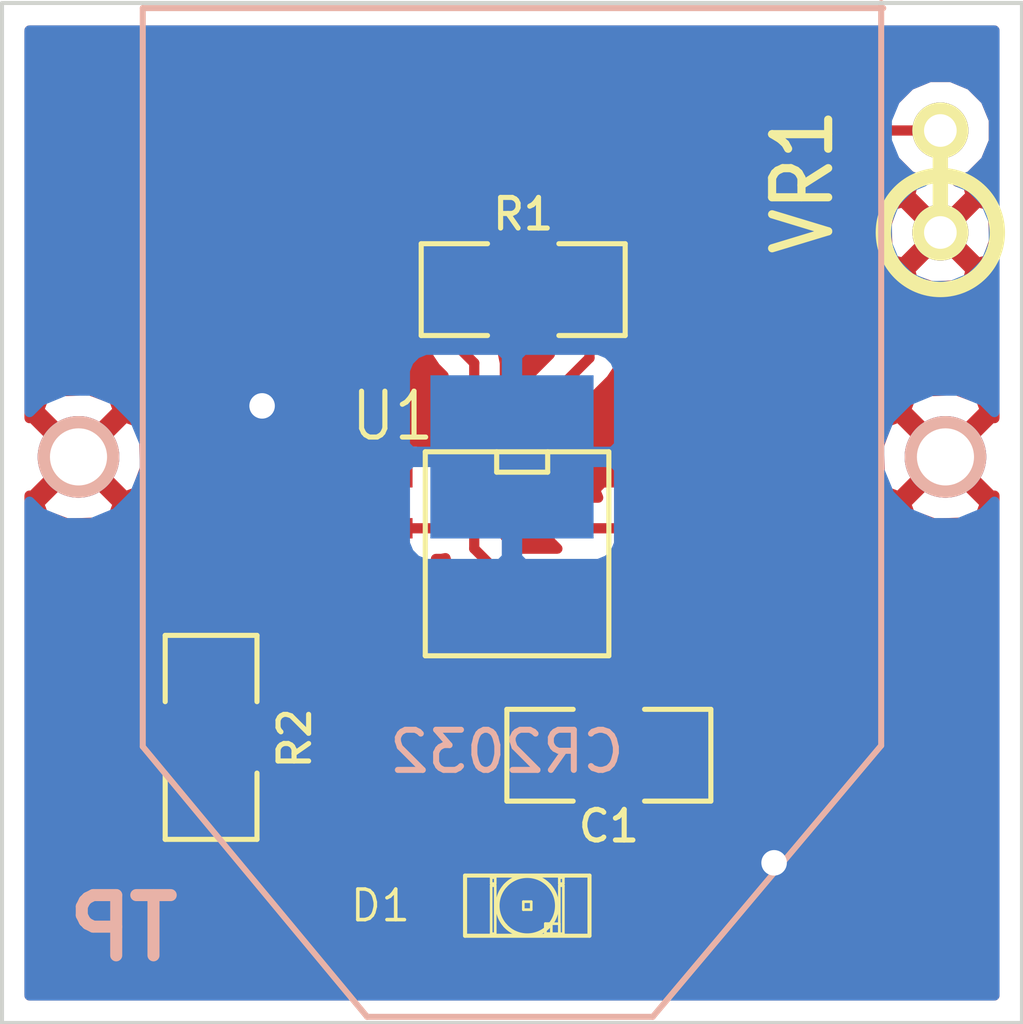
<source format=kicad_pcb>
(kicad_pcb (version 3) (host pcbnew "(2013-07-07 BZR 4022)-stable")

  (general
    (links 14)
    (no_connects 0)
    (area 208.356999 125.781999 233.857001 151.687601)
    (thickness 1.6)
    (drawings 6)
    (tracks 33)
    (zones 0)
    (modules 7)
    (nets 7)
  )

  (page A3)
  (layers
    (15 F.Cu signal)
    (0 B.Cu signal)
    (16 B.Adhes user)
    (17 F.Adhes user)
    (18 B.Paste user)
    (19 F.Paste user)
    (20 B.SilkS user)
    (21 F.SilkS user)
    (22 B.Mask user)
    (23 F.Mask user)
    (24 Dwgs.User user)
    (25 Cmts.User user)
    (26 Eco1.User user)
    (27 Eco2.User user)
    (28 Edge.Cuts user)
  )

  (setup
    (last_trace_width 0.254)
    (trace_clearance 0.254)
    (zone_clearance 0.508)
    (zone_45_only no)
    (trace_min 0.254)
    (segment_width 0.2)
    (edge_width 0.1)
    (via_size 0.889)
    (via_drill 0.635)
    (via_min_size 0.889)
    (via_min_drill 0.508)
    (uvia_size 0.508)
    (uvia_drill 0.127)
    (uvias_allowed no)
    (uvia_min_size 0.508)
    (uvia_min_drill 0.127)
    (pcb_text_width 0.3)
    (pcb_text_size 1.5 1.5)
    (mod_edge_width 0.15)
    (mod_text_size 1 1)
    (mod_text_width 0.15)
    (pad_size 4.064 4.064)
    (pad_drill 0)
    (pad_to_mask_clearance 0)
    (aux_axis_origin 0 0)
    (visible_elements 7FFFFFFF)
    (pcbplotparams
      (layerselection 284196865)
      (usegerberextensions true)
      (excludeedgelayer true)
      (linewidth 0.150000)
      (plotframeref false)
      (viasonmask false)
      (mode 1)
      (useauxorigin false)
      (hpglpennumber 1)
      (hpglpenspeed 20)
      (hpglpendiameter 15)
      (hpglpenoverlay 2)
      (psnegative false)
      (psa4output false)
      (plotreference true)
      (plotvalue true)
      (plotothertext true)
      (plotinvisibletext false)
      (padsonsilk false)
      (subtractmaskfromsilk false)
      (outputformat 1)
      (mirror false)
      (drillshape 0)
      (scaleselection 1)
      (outputdirectory Gerber/))
  )

  (net 0 "")
  (net 1 GND)
  (net 2 N-000002)
  (net 3 N-000004)
  (net 4 N-000006)
  (net 5 N-000007)
  (net 6 VCC)

  (net_class Default "This is the default net class."
    (clearance 0.254)
    (trace_width 0.254)
    (via_dia 0.889)
    (via_drill 0.635)
    (uvia_dia 0.508)
    (uvia_drill 0.127)
    (add_net "")
    (add_net GND)
    (add_net N-000002)
    (add_net N-000004)
    (add_net N-000006)
    (add_net N-000007)
    (add_net VCC)
  )

  (module SO8N (layer F.Cu) (tedit 524E5466) (tstamp 524E39E8)
    (at 221.234 139.827 270)
    (descr "Module CMS SOJ 8 pins large")
    (tags "CMS SOJ")
    (path /524E345F)
    (attr smd)
    (fp_text reference U1 (at -3.429 3.0988 360) (layer F.SilkS)
      (effects (font (size 1.143 1.016) (thickness 0.127)))
    )
    (fp_text value 7555 (at -3.429 -3.048 360) (layer F.SilkS) hide
      (effects (font (size 1.016 1.016) (thickness 0.127)))
    )
    (fp_line (start -2.54 -2.286) (end 2.54 -2.286) (layer F.SilkS) (width 0.127))
    (fp_line (start 2.54 -2.286) (end 2.54 2.286) (layer F.SilkS) (width 0.127))
    (fp_line (start 2.54 2.286) (end -2.54 2.286) (layer F.SilkS) (width 0.127))
    (fp_line (start -2.54 2.286) (end -2.54 -2.286) (layer F.SilkS) (width 0.127))
    (fp_line (start -2.54 -0.762) (end -2.032 -0.762) (layer F.SilkS) (width 0.127))
    (fp_line (start -2.032 -0.762) (end -2.032 0.508) (layer F.SilkS) (width 0.127))
    (fp_line (start -2.032 0.508) (end -2.54 0.508) (layer F.SilkS) (width 0.127))
    (pad 8 smd rect (at -1.905 -3.175 270) (size 0.508 1.143)
      (layers F.Cu F.Paste F.Mask)
      (net 6 VCC)
    )
    (pad 7 smd rect (at -0.635 -3.175 270) (size 0.508 1.143)
      (layers F.Cu F.Paste F.Mask)
      (net 2 N-000002)
    )
    (pad 6 smd rect (at 0.635 -3.175 270) (size 0.508 1.143)
      (layers F.Cu F.Paste F.Mask)
      (net 4 N-000006)
    )
    (pad 5 smd rect (at 1.905 -3.175 270) (size 0.508 1.143)
      (layers F.Cu F.Paste F.Mask)
    )
    (pad 4 smd rect (at 1.905 3.175 270) (size 0.508 1.143)
      (layers F.Cu F.Paste F.Mask)
      (net 6 VCC)
    )
    (pad 3 smd rect (at 0.635 3.175 270) (size 0.508 1.143)
      (layers F.Cu F.Paste F.Mask)
      (net 3 N-000004)
    )
    (pad 2 smd rect (at -0.635 3.175 270) (size 0.508 1.143)
      (layers F.Cu F.Paste F.Mask)
      (net 4 N-000006)
    )
    (pad 1 smd rect (at -1.905 3.175 270) (size 0.508 1.143)
      (layers F.Cu F.Paste F.Mask)
      (net 1 GND)
    )
    (model smd/cms_so8.wrl
      (at (xyz 0 0 0))
      (scale (xyz 0.5 0.38 0.5))
      (rotate (xyz 0 0 0))
    )
  )

  (module SM1206 (layer F.Cu) (tedit 524E53E3) (tstamp 524E39F4)
    (at 223.52 144.8435)
    (path /524E33F4)
    (attr smd)
    (fp_text reference C1 (at 0 1.7653) (layer F.SilkS)
      (effects (font (size 0.762 0.762) (thickness 0.127)))
    )
    (fp_text value 1u (at 0 0) (layer F.SilkS) hide
      (effects (font (size 0.762 0.762) (thickness 0.127)))
    )
    (fp_line (start -2.54 -1.143) (end -2.54 1.143) (layer F.SilkS) (width 0.127))
    (fp_line (start -2.54 1.143) (end -0.889 1.143) (layer F.SilkS) (width 0.127))
    (fp_line (start 0.889 -1.143) (end 2.54 -1.143) (layer F.SilkS) (width 0.127))
    (fp_line (start 2.54 -1.143) (end 2.54 1.143) (layer F.SilkS) (width 0.127))
    (fp_line (start 2.54 1.143) (end 0.889 1.143) (layer F.SilkS) (width 0.127))
    (fp_line (start -0.889 -1.143) (end -2.54 -1.143) (layer F.SilkS) (width 0.127))
    (pad 1 smd rect (at -1.651 0) (size 1.524 2.032)
      (layers F.Cu F.Paste F.Mask)
      (net 4 N-000006)
    )
    (pad 2 smd rect (at 1.651 0) (size 1.524 2.032)
      (layers F.Cu F.Paste F.Mask)
      (net 1 GND)
    )
    (model smd/chip_cms.wrl
      (at (xyz 0 0 0))
      (scale (xyz 0.17 0.16 0.16))
      (rotate (xyz 0 0 0))
    )
  )

  (module SM1206 (layer F.Cu) (tedit 524E5470) (tstamp 524E3A00)
    (at 221.3864 133.2484 180)
    (path /524E3403)
    (attr smd)
    (fp_text reference R1 (at 0 1.8796 180) (layer F.SilkS)
      (effects (font (size 0.762 0.762) (thickness 0.127)))
    )
    (fp_text value 470K (at 0 0 180) (layer F.SilkS) hide
      (effects (font (size 0.762 0.762) (thickness 0.127)))
    )
    (fp_line (start -2.54 -1.143) (end -2.54 1.143) (layer F.SilkS) (width 0.127))
    (fp_line (start -2.54 1.143) (end -0.889 1.143) (layer F.SilkS) (width 0.127))
    (fp_line (start 0.889 -1.143) (end 2.54 -1.143) (layer F.SilkS) (width 0.127))
    (fp_line (start 2.54 -1.143) (end 2.54 1.143) (layer F.SilkS) (width 0.127))
    (fp_line (start 2.54 1.143) (end 0.889 1.143) (layer F.SilkS) (width 0.127))
    (fp_line (start -0.889 -1.143) (end -2.54 -1.143) (layer F.SilkS) (width 0.127))
    (pad 1 smd rect (at -1.651 0 180) (size 1.524 2.032)
      (layers F.Cu F.Paste F.Mask)
      (net 2 N-000002)
    )
    (pad 2 smd rect (at 1.651 0 180) (size 1.524 2.032)
      (layers F.Cu F.Paste F.Mask)
      (net 4 N-000006)
    )
    (model smd/chip_cms.wrl
      (at (xyz 0 0 0))
      (scale (xyz 0.17 0.16 0.16))
      (rotate (xyz 0 0 0))
    )
  )

  (module SM1206 (layer F.Cu) (tedit 524E5430) (tstamp 524E3A0C)
    (at 213.614 144.399 270)
    (path /524E341F)
    (attr smd)
    (fp_text reference R2 (at 0.0254 -2.0828 270) (layer F.SilkS)
      (effects (font (size 0.762 0.762) (thickness 0.127)))
    )
    (fp_text value 1K (at 0 0 270) (layer F.SilkS) hide
      (effects (font (size 0.762 0.762) (thickness 0.127)))
    )
    (fp_line (start -2.54 -1.143) (end -2.54 1.143) (layer F.SilkS) (width 0.127))
    (fp_line (start -2.54 1.143) (end -0.889 1.143) (layer F.SilkS) (width 0.127))
    (fp_line (start 0.889 -1.143) (end 2.54 -1.143) (layer F.SilkS) (width 0.127))
    (fp_line (start 2.54 -1.143) (end 2.54 1.143) (layer F.SilkS) (width 0.127))
    (fp_line (start 2.54 1.143) (end 0.889 1.143) (layer F.SilkS) (width 0.127))
    (fp_line (start -0.889 -1.143) (end -2.54 -1.143) (layer F.SilkS) (width 0.127))
    (pad 1 smd rect (at -1.651 0 270) (size 1.524 2.032)
      (layers F.Cu F.Paste F.Mask)
      (net 3 N-000004)
    )
    (pad 2 smd rect (at 1.651 0 270) (size 1.524 2.032)
      (layers F.Cu F.Paste F.Mask)
      (net 5 N-000007)
    )
    (model smd/chip_cms.wrl
      (at (xyz 0 0 0))
      (scale (xyz 0.17 0.16 0.16))
      (rotate (xyz 0 0 0))
    )
  )

  (module R1 (layer F.Cu) (tedit 524E548B) (tstamp 524E3A14)
    (at 231.775 130.556 90)
    (descr "Resistance verticale")
    (tags R)
    (path /524E3456)
    (autoplace_cost90 10)
    (autoplace_cost180 10)
    (fp_text reference VR1 (at 0 -3.429 90) (layer F.SilkS)
      (effects (font (size 1.397 1.27) (thickness 0.2032)))
    )
    (fp_text value LDR (at -4.1148 -0.4318 180) (layer F.SilkS) hide
      (effects (font (size 1.397 1.27) (thickness 0.2032)))
    )
    (fp_line (start -1.27 0) (end 1.27 0) (layer F.SilkS) (width 0.381))
    (fp_circle (center -1.27 0) (end -0.635 1.27) (layer F.SilkS) (width 0.381))
    (pad 1 thru_hole circle (at -1.27 0 90) (size 1.397 1.397) (drill 0.8128)
      (layers *.Cu *.Mask F.SilkS)
      (net 6 VCC)
    )
    (pad 2 thru_hole circle (at 1.27 0 90) (size 1.397 1.397) (drill 0.8128)
      (layers *.Cu *.Mask F.SilkS)
      (net 2 N-000002)
    )
    (model discret/verti_resistor.wrl
      (at (xyz 0 0 0))
      (scale (xyz 1 1 1))
      (rotate (xyz 0 0 0))
    )
  )

  (module LED-1206 (layer F.Cu) (tedit 524E5410) (tstamp 524E3A3E)
    (at 221.488 148.59)
    (descr "LED 1206 smd package")
    (tags "LED1206 SMD")
    (path /524E3479)
    (attr smd)
    (fp_text reference D1 (at -3.6576 0) (layer F.SilkS)
      (effects (font (size 0.762 0.762) (thickness 0.0889)))
    )
    (fp_text value LED (at 0 1.524) (layer F.SilkS) hide
      (effects (font (size 0.762 0.762) (thickness 0.0889)))
    )
    (fp_line (start -0.09906 0.09906) (end 0.09906 0.09906) (layer F.SilkS) (width 0.06604))
    (fp_line (start 0.09906 0.09906) (end 0.09906 -0.09906) (layer F.SilkS) (width 0.06604))
    (fp_line (start -0.09906 -0.09906) (end 0.09906 -0.09906) (layer F.SilkS) (width 0.06604))
    (fp_line (start -0.09906 0.09906) (end -0.09906 -0.09906) (layer F.SilkS) (width 0.06604))
    (fp_line (start 0.44958 0.6985) (end 0.79756 0.6985) (layer F.SilkS) (width 0.06604))
    (fp_line (start 0.79756 0.6985) (end 0.79756 0.44958) (layer F.SilkS) (width 0.06604))
    (fp_line (start 0.44958 0.44958) (end 0.79756 0.44958) (layer F.SilkS) (width 0.06604))
    (fp_line (start 0.44958 0.6985) (end 0.44958 0.44958) (layer F.SilkS) (width 0.06604))
    (fp_line (start 0.79756 0.6985) (end 0.89916 0.6985) (layer F.SilkS) (width 0.06604))
    (fp_line (start 0.89916 0.6985) (end 0.89916 -0.49784) (layer F.SilkS) (width 0.06604))
    (fp_line (start 0.79756 -0.49784) (end 0.89916 -0.49784) (layer F.SilkS) (width 0.06604))
    (fp_line (start 0.79756 0.6985) (end 0.79756 -0.49784) (layer F.SilkS) (width 0.06604))
    (fp_line (start 0.79756 -0.54864) (end 0.89916 -0.54864) (layer F.SilkS) (width 0.06604))
    (fp_line (start 0.89916 -0.54864) (end 0.89916 -0.6985) (layer F.SilkS) (width 0.06604))
    (fp_line (start 0.79756 -0.6985) (end 0.89916 -0.6985) (layer F.SilkS) (width 0.06604))
    (fp_line (start 0.79756 -0.54864) (end 0.79756 -0.6985) (layer F.SilkS) (width 0.06604))
    (fp_line (start -0.89916 0.6985) (end -0.79756 0.6985) (layer F.SilkS) (width 0.06604))
    (fp_line (start -0.79756 0.6985) (end -0.79756 -0.49784) (layer F.SilkS) (width 0.06604))
    (fp_line (start -0.89916 -0.49784) (end -0.79756 -0.49784) (layer F.SilkS) (width 0.06604))
    (fp_line (start -0.89916 0.6985) (end -0.89916 -0.49784) (layer F.SilkS) (width 0.06604))
    (fp_line (start -0.89916 -0.54864) (end -0.79756 -0.54864) (layer F.SilkS) (width 0.06604))
    (fp_line (start -0.79756 -0.54864) (end -0.79756 -0.6985) (layer F.SilkS) (width 0.06604))
    (fp_line (start -0.89916 -0.6985) (end -0.79756 -0.6985) (layer F.SilkS) (width 0.06604))
    (fp_line (start -0.89916 -0.54864) (end -0.89916 -0.6985) (layer F.SilkS) (width 0.06604))
    (fp_line (start 0.44958 0.6985) (end 0.59944 0.6985) (layer F.SilkS) (width 0.06604))
    (fp_line (start 0.59944 0.6985) (end 0.59944 0.44958) (layer F.SilkS) (width 0.06604))
    (fp_line (start 0.44958 0.44958) (end 0.59944 0.44958) (layer F.SilkS) (width 0.06604))
    (fp_line (start 0.44958 0.6985) (end 0.44958 0.44958) (layer F.SilkS) (width 0.06604))
    (fp_line (start 1.5494 0.7493) (end -1.5494 0.7493) (layer F.SilkS) (width 0.1016))
    (fp_line (start -1.5494 0.7493) (end -1.5494 -0.7493) (layer F.SilkS) (width 0.1016))
    (fp_line (start -1.5494 -0.7493) (end 1.5494 -0.7493) (layer F.SilkS) (width 0.1016))
    (fp_line (start 1.5494 -0.7493) (end 1.5494 0.7493) (layer F.SilkS) (width 0.1016))
    (fp_arc (start 0 0) (end 0.54864 0.49784) (angle 95.4) (layer F.SilkS) (width 0.1016))
    (fp_arc (start 0 0) (end -0.54864 0.49784) (angle 84.5) (layer F.SilkS) (width 0.1016))
    (fp_arc (start 0 0) (end -0.54864 -0.49784) (angle 95.4) (layer F.SilkS) (width 0.1016))
    (fp_arc (start 0 0) (end 0.54864 -0.49784) (angle 84.5) (layer F.SilkS) (width 0.1016))
    (pad 1 smd rect (at -1.41986 0) (size 1.59766 1.80086)
      (layers F.Cu F.Paste F.Mask)
      (net 5 N-000007)
    )
    (pad 2 smd rect (at 1.41986 0) (size 1.59766 1.80086)
      (layers F.Cu F.Paste F.Mask)
      (net 1 GND)
    )
  )

  (module CR2032 (layer B.Cu) (tedit 524E5477) (tstamp 524E44F7)
    (at 221.107 137.414 180)
    (path /524E361C)
    (fp_text reference BT1 (at 0.1778 7.1882 180) (layer B.SilkS) hide
      (effects (font (size 1 1) (thickness 0.15)) (justify mirror))
    )
    (fp_text value CR2032 (at 0.127 -7.3406 180) (layer B.SilkS)
      (effects (font (size 1 1) (thickness 0.15)) (justify mirror))
    )
    (fp_line (start -9.1948 11.303) (end -9.1948 -7.1882) (layer B.SilkS) (width 0.15))
    (fp_line (start -9.1948 -7.1882) (end -3.5052 -13.9446) (layer B.SilkS) (width 0.15))
    (fp_line (start -3.5052 -13.9446) (end 3.6068 -13.9446) (layer B.SilkS) (width 0.15))
    (fp_line (start 3.6068 -13.9446) (end 9.1948 -7.2136) (layer B.SilkS) (width 0.15))
    (fp_line (start 9.1948 -7.2136) (end 9.1948 11.176) (layer B.SilkS) (width 0.15))
    (fp_line (start 9.1948 11.176) (end -9.2456 11.176) (layer B.SilkS) (width 0.15))
    (pad 2 smd rect (at 0 0 180) (size 4.064 4.064)
      (layers B.Cu B.Paste B.Mask)
      (net 1 GND)
    )
    (pad 1 thru_hole circle (at -10.795 0 180) (size 2.032 2.032) (drill 1.4224)
      (layers *.Cu *.Mask B.SilkS)
      (net 6 VCC)
    )
    (pad 1 thru_hole circle (at 10.795 0 180) (size 2.032 2.032) (drill 1.4224)
      (layers *.Cu *.Mask B.SilkS)
      (net 6 VCC)
    )
  )

  (gr_text MyBlinky (at 215.392 128.8796) (layer F.Mask)
    (effects (font (size 2.032 1.778) (thickness 0.3)))
  )
  (gr_text TP (at 211.4296 149.1488) (layer B.SilkS)
    (effects (font (size 1.5 1.5) (thickness 0.3)) (justify mirror))
  )
  (gr_line (start 233.807 151.511) (end 233.807 126.111) (angle 90) (layer Edge.Cuts) (width 0.1))
  (gr_line (start 208.407 126.111) (end 208.407 151.511) (angle 90) (layer Edge.Cuts) (width 0.1))
  (gr_line (start 233.807 126.111) (end 208.407 126.111) (angle 90) (layer Edge.Cuts) (width 0.1))
  (gr_line (start 208.407 151.511) (end 233.807 151.511) (angle 90) (layer Edge.Cuts) (width 0.1))

  (segment (start 225.171 144.8435) (end 226.6315 144.8435) (width 0.254) (layer F.Cu) (net 1))
  (segment (start 226.568 148.59) (end 227.6348 147.5232) (width 0.254) (layer F.Cu) (net 1) (tstamp 524E52B0))
  (via (at 227.6348 147.5232) (size 0.889) (layers F.Cu B.Cu) (net 1))
  (segment (start 226.568 148.59) (end 222.90786 148.59) (width 0.254) (layer F.Cu) (net 1))
  (segment (start 227.6348 145.8468) (end 227.6348 147.5232) (width 0.254) (layer F.Cu) (net 1) (tstamp 524E52C2))
  (segment (start 226.6315 144.8435) (end 227.6348 145.8468) (width 0.254) (layer F.Cu) (net 1) (tstamp 524E52BC))
  (segment (start 218.059 137.922) (end 216.662 137.922) (width 0.254) (layer F.Cu) (net 1))
  (via (at 214.884 136.144) (size 0.889) (layers F.Cu B.Cu) (net 1))
  (segment (start 216.662 137.922) (end 214.884 136.144) (width 0.254) (layer F.Cu) (net 1) (tstamp 524E51F4))
  (segment (start 223.0374 133.2484) (end 223.0374 132.0038) (width 0.254) (layer F.Cu) (net 2))
  (segment (start 225.7552 129.286) (end 231.775 129.286) (width 0.254) (layer F.Cu) (net 2) (tstamp 524E5390))
  (segment (start 223.0374 132.0038) (end 225.7552 129.286) (width 0.254) (layer F.Cu) (net 2) (tstamp 524E5389))
  (segment (start 223.0374 133.2484) (end 223.0374 134.9502) (width 0.254) (layer F.Cu) (net 2))
  (segment (start 222.8088 139.192) (end 224.409 139.192) (width 0.254) (layer F.Cu) (net 2) (tstamp 524E4F68))
  (segment (start 222.1484 138.5316) (end 222.8088 139.192) (width 0.254) (layer F.Cu) (net 2) (tstamp 524E4F66))
  (segment (start 222.1484 135.8392) (end 222.1484 138.5316) (width 0.254) (layer F.Cu) (net 2) (tstamp 524E4F63))
  (segment (start 223.0374 134.9502) (end 222.1484 135.8392) (width 0.254) (layer F.Cu) (net 2) (tstamp 524E4F60))
  (segment (start 213.614 142.748) (end 213.614 140.97) (width 0.254) (layer F.Cu) (net 3))
  (segment (start 214.122 140.462) (end 218.059 140.462) (width 0.254) (layer F.Cu) (net 3) (tstamp 524E4861))
  (segment (start 213.614 140.97) (end 214.122 140.462) (width 0.254) (layer F.Cu) (net 3) (tstamp 524E485B))
  (segment (start 221.869 144.8435) (end 221.869 141.4526) (width 0.254) (layer F.Cu) (net 4))
  (segment (start 221.869 141.4526) (end 222.8596 140.462) (width 0.254) (layer F.Cu) (net 4) (tstamp 524E5370))
  (segment (start 220.1672 138.3792) (end 220.1672 139.7) (width 0.254) (layer F.Cu) (net 4))
  (segment (start 220.9292 140.462) (end 222.8596 140.462) (width 0.254) (layer F.Cu) (net 4) (tstamp 524E4F5B))
  (segment (start 222.8596 140.462) (end 224.409 140.462) (width 0.254) (layer F.Cu) (net 4) (tstamp 524E5375))
  (segment (start 220.1672 139.7) (end 220.9292 140.462) (width 0.254) (layer F.Cu) (net 4) (tstamp 524E4F4F))
  (segment (start 219.7354 133.2484) (end 219.7354 134.6454) (width 0.254) (layer F.Cu) (net 4))
  (segment (start 219.3544 139.192) (end 218.059 139.192) (width 0.254) (layer F.Cu) (net 4) (tstamp 524E4F49))
  (segment (start 220.1672 138.3792) (end 219.3544 139.192) (width 0.254) (layer F.Cu) (net 4) (tstamp 524E4F45))
  (segment (start 220.1672 135.0772) (end 220.1672 138.3792) (width 0.254) (layer F.Cu) (net 4) (tstamp 524E4F42))
  (segment (start 219.7354 134.6454) (end 220.1672 135.0772) (width 0.254) (layer F.Cu) (net 4) (tstamp 524E4F41))
  (segment (start 220.06814 148.59) (end 216.154 148.59) (width 0.254) (layer F.Cu) (net 5))
  (segment (start 216.154 148.59) (end 213.614 146.05) (width 0.254) (layer F.Cu) (net 5) (tstamp 524E4EAD))

  (zone (net 6) (net_name VCC) (layer F.Cu) (tstamp 524E4B5F) (hatch edge 0.508)
    (connect_pads (clearance 0.508))
    (min_thickness 0.254)
    (fill (arc_segments 16) (thermal_gap 0.508) (thermal_bridge_width 0.508))
    (polygon
      (pts
        (xy 208.661 151.257) (xy 208.661 126.365) (xy 233.426 126.365) (xy 233.426 151.257) (xy 208.661 151.3205)
      )
    )
    (filled_polygon
      (pts
        (xy 233.122 150.826) (xy 232.886502 150.826) (xy 232.886502 138.578107) (xy 231.902 137.593605) (xy 231.722395 137.77321)
        (xy 231.722395 137.414) (xy 230.737893 136.429498) (xy 230.469378 136.53012) (xy 230.240184 137.145642) (xy 230.263986 137.802019)
        (xy 230.469378 138.29788) (xy 230.737893 138.398502) (xy 231.722395 137.414) (xy 231.722395 137.77321) (xy 230.917498 138.578107)
        (xy 231.01812 138.846622) (xy 231.633642 139.075816) (xy 232.290019 139.052014) (xy 232.78588 138.846622) (xy 232.886502 138.578107)
        (xy 232.886502 150.826) (xy 228.714487 150.826) (xy 228.714487 147.309416) (xy 228.550489 146.912511) (xy 228.3968 146.758553)
        (xy 228.3968 145.8468) (xy 228.338796 145.555195) (xy 228.173615 145.307985) (xy 228.173615 145.307984) (xy 227.170315 144.304685)
        (xy 226.923105 144.139504) (xy 226.6315 144.0815) (xy 226.56811 144.0815) (xy 226.56811 143.701745) (xy 226.471641 143.468271)
        (xy 226.293168 143.289487) (xy 226.059864 143.192611) (xy 225.807245 143.19239) (xy 224.283245 143.19239) (xy 224.049771 143.288859)
        (xy 223.870987 143.467332) (xy 223.774111 143.700636) (xy 223.77389 143.953255) (xy 223.77389 145.985255) (xy 223.870359 146.218729)
        (xy 224.048832 146.397513) (xy 224.282136 146.494389) (xy 224.534755 146.49461) (xy 226.058755 146.49461) (xy 226.292229 146.398141)
        (xy 226.471013 146.219668) (xy 226.567889 145.986364) (xy 226.568001 145.857632) (xy 226.8728 146.16243) (xy 226.8728 146.758558)
        (xy 226.720178 146.910914) (xy 226.555487 147.307532) (xy 226.555297 147.525072) (xy 226.25237 147.828) (xy 224.3418 147.828)
        (xy 224.3418 147.563815) (xy 224.245331 147.330341) (xy 224.066858 147.151557) (xy 223.833554 147.054681) (xy 223.580935 147.05446)
        (xy 221.983275 147.05446) (xy 221.749801 147.150929) (xy 221.571017 147.329402) (xy 221.487915 147.529533) (xy 221.405611 147.330341)
        (xy 221.227138 147.151557) (xy 220.993834 147.054681) (xy 220.741215 147.05446) (xy 219.26561 147.05446) (xy 219.26561 142.111755)
        (xy 219.2655 142.01775) (xy 219.10675 141.859) (xy 218.186 141.859) (xy 218.186 142.46225) (xy 218.34475 142.621)
        (xy 218.504745 142.62111) (xy 218.757364 142.620889) (xy 218.990668 142.524013) (xy 219.169141 142.345229) (xy 219.26561 142.111755)
        (xy 219.26561 147.05446) (xy 219.143555 147.05446) (xy 218.910081 147.150929) (xy 218.731297 147.329402) (xy 218.634421 147.562706)
        (xy 218.6342 147.815325) (xy 218.6342 147.828) (xy 217.932 147.828) (xy 217.932 142.46225) (xy 217.932 141.859)
        (xy 217.01125 141.859) (xy 216.8525 142.01775) (xy 216.85239 142.111755) (xy 216.948859 142.345229) (xy 217.127332 142.524013)
        (xy 217.360636 142.620889) (xy 217.613255 142.62111) (xy 217.77325 142.621) (xy 217.932 142.46225) (xy 217.932 147.828)
        (xy 216.46963 147.828) (xy 215.26511 146.623479) (xy 215.26511 145.162245) (xy 215.168641 144.928771) (xy 214.990168 144.749987)
        (xy 214.756864 144.653111) (xy 214.504245 144.65289) (xy 212.472245 144.65289) (xy 212.238771 144.749359) (xy 212.059987 144.927832)
        (xy 211.963111 145.161136) (xy 211.96289 145.413755) (xy 211.96289 146.937755) (xy 212.059359 147.171229) (xy 212.237832 147.350013)
        (xy 212.471136 147.446889) (xy 212.723755 147.44711) (xy 213.933479 147.44711) (xy 215.615184 149.128815) (xy 215.615185 149.128815)
        (xy 215.862395 149.293996) (xy 216.154 149.352) (xy 218.6342 149.352) (xy 218.6342 149.616185) (xy 218.730669 149.849659)
        (xy 218.909142 150.028443) (xy 219.142446 150.125319) (xy 219.395065 150.12554) (xy 220.992725 150.12554) (xy 221.226199 150.029071)
        (xy 221.404983 149.850598) (xy 221.488084 149.650466) (xy 221.570389 149.849659) (xy 221.748862 150.028443) (xy 221.982166 150.125319)
        (xy 222.234785 150.12554) (xy 223.832445 150.12554) (xy 224.065919 150.029071) (xy 224.244703 149.850598) (xy 224.341579 149.617294)
        (xy 224.3418 149.364675) (xy 224.3418 149.352) (xy 226.568 149.352) (xy 226.568 149.351999) (xy 226.859604 149.293996)
        (xy 226.859605 149.293996) (xy 227.106815 149.128815) (xy 227.63293 148.602699) (xy 227.848584 148.602887) (xy 228.245489 148.438889)
        (xy 228.549422 148.135486) (xy 228.714113 147.738868) (xy 228.714487 147.309416) (xy 228.714487 150.826) (xy 211.296502 150.826)
        (xy 211.296502 138.578107) (xy 210.312 137.593605) (xy 209.327498 138.578107) (xy 209.42812 138.846622) (xy 210.043642 139.075816)
        (xy 210.700019 139.052014) (xy 211.19588 138.846622) (xy 211.296502 138.578107) (xy 211.296502 150.826) (xy 209.092 150.826)
        (xy 209.092 138.377556) (xy 209.147893 138.398502) (xy 210.132395 137.414) (xy 209.147893 136.429498) (xy 209.092 136.450443)
        (xy 209.092 126.796) (xy 233.122 126.796) (xy 233.122 136.450443) (xy 233.120924 136.450039) (xy 233.120924 132.01852)
        (xy 233.10873 131.794064) (xy 233.10873 129.021914) (xy 232.906145 128.53162) (xy 232.531353 128.156174) (xy 232.041413 127.952733)
        (xy 231.510914 127.95227) (xy 231.02062 128.154855) (xy 230.65083 128.524) (xy 225.7552 128.524) (xy 225.463595 128.582004)
        (xy 225.216384 128.747185) (xy 222.498585 131.464985) (xy 222.410181 131.59729) (xy 222.149645 131.59729) (xy 221.916171 131.693759)
        (xy 221.737387 131.872232) (xy 221.640511 132.105536) (xy 221.64029 132.358155) (xy 221.64029 134.390155) (xy 221.736759 134.623629)
        (xy 221.915232 134.802413) (xy 222.051127 134.858841) (xy 221.609585 135.300385) (xy 221.444404 135.547595) (xy 221.3864 135.8392)
        (xy 221.3864 138.5316) (xy 221.444404 138.823205) (xy 221.609585 139.070415) (xy 222.239169 139.7) (xy 221.24483 139.7)
        (xy 220.9292 139.384369) (xy 220.9292 138.3792) (xy 220.9292 135.0772) (xy 220.871678 134.788018) (xy 221.035413 134.624568)
        (xy 221.132289 134.391264) (xy 221.13251 134.138645) (xy 221.13251 132.106645) (xy 221.036041 131.873171) (xy 220.857568 131.694387)
        (xy 220.624264 131.597511) (xy 220.371645 131.59729) (xy 218.847645 131.59729) (xy 218.614171 131.693759) (xy 218.435387 131.872232)
        (xy 218.338511 132.105536) (xy 218.33829 132.358155) (xy 218.33829 134.390155) (xy 218.434759 134.623629) (xy 218.613232 134.802413)
        (xy 218.846536 134.899289) (xy 219.023932 134.899444) (xy 219.031404 134.937005) (xy 219.196585 135.184215) (xy 219.4052 135.39283)
        (xy 219.4052 138.063569) (xy 219.265476 138.203293) (xy 219.26561 138.050245) (xy 219.26561 137.542245) (xy 219.169141 137.308771)
        (xy 218.990668 137.129987) (xy 218.757364 137.033111) (xy 218.504745 137.03289) (xy 217.361745 137.03289) (xy 217.128271 137.129359)
        (xy 217.097576 137.16) (xy 216.97763 137.16) (xy 215.963499 136.145868) (xy 215.963687 135.930216) (xy 215.799689 135.533311)
        (xy 215.496286 135.229378) (xy 215.099668 135.064687) (xy 214.670216 135.064313) (xy 214.273311 135.228311) (xy 213.969378 135.531714)
        (xy 213.804687 135.928332) (xy 213.804313 136.357784) (xy 213.968311 136.754689) (xy 214.271714 137.058622) (xy 214.668332 137.223313)
        (xy 214.885872 137.223502) (xy 216.123184 138.460815) (xy 216.123185 138.460815) (xy 216.370395 138.625996) (xy 216.661999 138.683999)
        (xy 216.662 138.684) (xy 216.905402 138.684) (xy 216.852611 138.811136) (xy 216.85239 139.063755) (xy 216.85239 139.571755)
        (xy 216.905379 139.7) (xy 214.122 139.7) (xy 213.830395 139.758004) (xy 213.583184 139.923185) (xy 213.075185 140.431185)
        (xy 212.910004 140.678395) (xy 212.852 140.97) (xy 212.852 141.35089) (xy 212.472245 141.35089) (xy 212.238771 141.447359)
        (xy 212.059987 141.625832) (xy 211.973816 141.833355) (xy 211.973816 137.682358) (xy 211.950014 137.025981) (xy 211.744622 136.53012)
        (xy 211.476107 136.429498) (xy 211.296502 136.609103) (xy 211.296502 136.249893) (xy 211.19588 135.981378) (xy 210.580358 135.752184)
        (xy 209.923981 135.775986) (xy 209.42812 135.981378) (xy 209.327498 136.249893) (xy 210.312 137.234395) (xy 211.296502 136.249893)
        (xy 211.296502 136.609103) (xy 210.491605 137.414) (xy 211.476107 138.398502) (xy 211.744622 138.29788) (xy 211.973816 137.682358)
        (xy 211.973816 141.833355) (xy 211.963111 141.859136) (xy 211.96289 142.111755) (xy 211.96289 143.635755) (xy 212.059359 143.869229)
        (xy 212.237832 144.048013) (xy 212.471136 144.144889) (xy 212.723755 144.14511) (xy 214.755755 144.14511) (xy 214.989229 144.048641)
        (xy 215.168013 143.870168) (xy 215.264889 143.636864) (xy 215.26511 143.384245) (xy 215.26511 141.860245) (xy 215.168641 141.626771)
        (xy 214.990168 141.447987) (xy 214.756864 141.351111) (xy 214.504245 141.35089) (xy 214.376 141.35089) (xy 214.376 141.28563)
        (xy 214.43763 141.224) (xy 216.905379 141.224) (xy 216.85239 141.352245) (xy 216.8525 141.44625) (xy 217.01125 141.605)
        (xy 217.932 141.605) (xy 217.932 141.585) (xy 218.186 141.585) (xy 218.186 141.605) (xy 219.10675 141.605)
        (xy 219.2655 141.44625) (xy 219.26561 141.352245) (xy 219.169141 141.118771) (xy 219.147526 141.097118) (xy 219.168513 141.076168)
        (xy 219.265389 140.842864) (xy 219.26561 140.590245) (xy 219.26561 140.082245) (xy 219.21262 139.954) (xy 219.3544 139.954)
        (xy 219.3544 139.953999) (xy 219.451867 139.934612) (xy 219.463204 139.991605) (xy 219.628385 140.238815) (xy 220.390384 141.000815)
        (xy 220.390385 141.000815) (xy 220.637595 141.165996) (xy 220.929199 141.223999) (xy 220.9292 141.224) (xy 221.152471 141.224)
        (xy 221.107 141.4526) (xy 221.107 143.19239) (xy 220.981245 143.19239) (xy 220.747771 143.288859) (xy 220.568987 143.467332)
        (xy 220.472111 143.700636) (xy 220.47189 143.953255) (xy 220.47189 145.985255) (xy 220.568359 146.218729) (xy 220.746832 146.397513)
        (xy 220.980136 146.494389) (xy 221.232755 146.49461) (xy 222.756755 146.49461) (xy 222.990229 146.398141) (xy 223.169013 146.219668)
        (xy 223.265889 145.986364) (xy 223.26611 145.733745) (xy 223.26611 143.701745) (xy 223.169641 143.468271) (xy 222.991168 143.289487)
        (xy 222.757864 143.192611) (xy 222.631 143.1925) (xy 222.631 141.76823) (xy 223.17523 141.224) (xy 223.255402 141.224)
        (xy 223.202611 141.351136) (xy 223.20239 141.603755) (xy 223.20239 142.111755) (xy 223.298859 142.345229) (xy 223.477332 142.524013)
        (xy 223.710636 142.620889) (xy 223.963255 142.62111) (xy 225.106255 142.62111) (xy 225.339729 142.524641) (xy 225.518513 142.346168)
        (xy 225.615389 142.112864) (xy 225.61561 141.860245) (xy 225.61561 141.352245) (xy 225.519141 141.118771) (xy 225.497526 141.097118)
        (xy 225.518513 141.076168) (xy 225.615389 140.842864) (xy 225.61561 140.590245) (xy 225.61561 140.082245) (xy 225.519141 139.848771)
        (xy 225.497526 139.827118) (xy 225.518513 139.806168) (xy 225.615389 139.572864) (xy 225.61561 139.320245) (xy 225.61561 138.812245)
        (xy 225.519141 138.578771) (xy 225.497407 138.557) (xy 225.519141 138.535229) (xy 225.61561 138.301755) (xy 225.61561 137.542245)
        (xy 225.519141 137.308771) (xy 225.340668 137.129987) (xy 225.107364 137.033111) (xy 224.854745 137.03289) (xy 224.69475 137.033)
        (xy 224.536 137.19175) (xy 224.536 137.795) (xy 225.45675 137.795) (xy 225.6155 137.63625) (xy 225.61561 137.542245)
        (xy 225.61561 138.301755) (xy 225.6155 138.20775) (xy 225.45675 138.049) (xy 224.536 138.049) (xy 224.536 138.069)
        (xy 224.282 138.069) (xy 224.282 138.049) (xy 224.282 137.795) (xy 224.282 137.19175) (xy 224.12325 137.033)
        (xy 223.963255 137.03289) (xy 223.710636 137.033111) (xy 223.477332 137.129987) (xy 223.298859 137.308771) (xy 223.20239 137.542245)
        (xy 223.2025 137.63625) (xy 223.36125 137.795) (xy 224.282 137.795) (xy 224.282 138.049) (xy 223.36125 138.049)
        (xy 223.2025 138.20775) (xy 223.20239 138.301755) (xy 223.255379 138.43) (xy 223.12443 138.43) (xy 222.9104 138.215969)
        (xy 222.9104 136.15483) (xy 223.576215 135.489016) (xy 223.576215 135.489015) (xy 223.741396 135.241805) (xy 223.799399 134.950201)
        (xy 223.7994 134.9502) (xy 223.7994 134.89951) (xy 223.925155 134.89951) (xy 224.158629 134.803041) (xy 224.337413 134.624568)
        (xy 224.434289 134.391264) (xy 224.43451 134.138645) (xy 224.43451 132.106645) (xy 224.338041 131.873171) (xy 224.29189 131.826939)
        (xy 226.07083 130.048) (xy 230.651461 130.048) (xy 231.018647 130.415826) (xy 231.340122 130.549314) (xy 231.082072 130.656202)
        (xy 231.020419 130.891814) (xy 231.775 131.646395) (xy 232.529581 130.891814) (xy 232.467928 130.656202) (xy 232.188683 130.557917)
        (xy 232.52938 130.417145) (xy 232.904826 130.042353) (xy 233.108267 129.552413) (xy 233.10873 129.021914) (xy 233.10873 131.794064)
        (xy 233.092146 131.488802) (xy 232.944798 131.133072) (xy 232.709186 131.071419) (xy 231.954605 131.826) (xy 232.709186 132.580581)
        (xy 232.944798 132.518928) (xy 233.120924 132.01852) (xy 233.120924 136.450039) (xy 233.066107 136.429498) (xy 232.886502 136.609103)
        (xy 232.886502 136.249893) (xy 232.78588 135.981378) (xy 232.529581 135.885943) (xy 232.529581 132.760186) (xy 231.775 132.005605)
        (xy 231.595395 132.18521) (xy 231.595395 131.826) (xy 230.840814 131.071419) (xy 230.605202 131.133072) (xy 230.429076 131.63348)
        (xy 230.457854 132.163198) (xy 230.605202 132.518928) (xy 230.840814 132.580581) (xy 231.595395 131.826) (xy 231.595395 132.18521)
        (xy 231.020419 132.760186) (xy 231.082072 132.995798) (xy 231.58248 133.171924) (xy 232.112198 133.143146) (xy 232.467928 132.995798)
        (xy 232.529581 132.760186) (xy 232.529581 135.885943) (xy 232.170358 135.752184) (xy 231.513981 135.775986) (xy 231.01812 135.981378)
        (xy 230.917498 136.249893) (xy 231.902 137.234395) (xy 232.886502 136.249893) (xy 232.886502 136.609103) (xy 232.081605 137.414)
        (xy 233.066107 138.398502) (xy 233.122 138.377556) (xy 233.122 150.826)
      )
    )
  )
  (zone (net 1) (net_name GND) (layer B.Cu) (tstamp 524E518A) (hatch edge 0.508)
    (connect_pads (clearance 0.508))
    (min_thickness 0.254)
    (fill (arc_segments 16) (thermal_gap 0.508) (thermal_bridge_width 0.508))
    (polygon
      (pts
        (xy 233.5276 151.2824) (xy 208.6356 151.2824) (xy 208.5848 126.2888) (xy 233.5276 126.2888)
      )
    )
    (filled_polygon
      (pts
        (xy 233.122 150.826) (xy 223.77411 150.826) (xy 223.77411 139.320245) (xy 223.77411 135.507755) (xy 223.773889 135.255136)
        (xy 223.677013 135.021832) (xy 223.498229 134.843359) (xy 223.264755 134.74689) (xy 221.39275 134.747) (xy 221.234 134.90575)
        (xy 221.234 137.287) (xy 223.61525 137.287) (xy 223.774 137.12825) (xy 223.77411 135.507755) (xy 223.77411 139.320245)
        (xy 223.774 137.69975) (xy 223.61525 137.541) (xy 221.234 137.541) (xy 221.234 139.92225) (xy 221.39275 140.081)
        (xy 223.264755 140.08111) (xy 223.498229 139.984641) (xy 223.677013 139.806168) (xy 223.773889 139.572864) (xy 223.77411 139.320245)
        (xy 223.77411 150.826) (xy 220.98 150.826) (xy 220.98 139.92225) (xy 220.98 137.541) (xy 220.98 137.287)
        (xy 220.98 134.90575) (xy 220.82125 134.747) (xy 218.949245 134.74689) (xy 218.715771 134.843359) (xy 218.536987 135.021832)
        (xy 218.440111 135.255136) (xy 218.43989 135.507755) (xy 218.44 137.12825) (xy 218.59875 137.287) (xy 220.98 137.287)
        (xy 220.98 137.541) (xy 218.59875 137.541) (xy 218.44 137.69975) (xy 218.43989 139.320245) (xy 218.440111 139.572864)
        (xy 218.536987 139.806168) (xy 218.715771 139.984641) (xy 218.949245 140.08111) (xy 220.82125 140.081) (xy 220.98 139.92225)
        (xy 220.98 150.826) (xy 209.092 150.826) (xy 209.092 138.528776) (xy 209.375563 138.812834) (xy 209.982155 139.064713)
        (xy 210.638963 139.065286) (xy 211.245995 138.814466) (xy 211.710834 138.350437) (xy 211.962713 137.743845) (xy 211.963286 137.087037)
        (xy 211.712466 136.480005) (xy 211.248437 136.015166) (xy 210.641845 135.763287) (xy 209.985037 135.762714) (xy 209.378005 136.013534)
        (xy 209.092 136.29904) (xy 209.092 126.796) (xy 233.122 126.796) (xy 233.122 136.299223) (xy 233.10873 136.285929)
        (xy 233.10873 131.561914) (xy 232.906145 131.07162) (xy 232.531353 130.696174) (xy 232.193551 130.555906) (xy 232.52938 130.417145)
        (xy 232.904826 130.042353) (xy 233.108267 129.552413) (xy 233.10873 129.021914) (xy 232.906145 128.53162) (xy 232.531353 128.156174)
        (xy 232.041413 127.952733) (xy 231.510914 127.95227) (xy 231.02062 128.154855) (xy 230.645174 128.529647) (xy 230.441733 129.019587)
        (xy 230.44127 129.550086) (xy 230.643855 130.04038) (xy 231.018647 130.415826) (xy 231.356448 130.556093) (xy 231.02062 130.694855)
        (xy 230.645174 131.069647) (xy 230.441733 131.559587) (xy 230.44127 132.090086) (xy 230.643855 132.58038) (xy 231.018647 132.955826)
        (xy 231.508587 133.159267) (xy 232.039086 133.15973) (xy 232.52938 132.957145) (xy 232.904826 132.582353) (xy 233.108267 132.092413)
        (xy 233.10873 131.561914) (xy 233.10873 136.285929) (xy 232.838437 136.015166) (xy 232.231845 135.763287) (xy 231.575037 135.762714)
        (xy 230.968005 136.013534) (xy 230.503166 136.477563) (xy 230.251287 137.084155) (xy 230.250714 137.740963) (xy 230.501534 138.347995)
        (xy 230.965563 138.812834) (xy 231.572155 139.064713) (xy 232.228963 139.065286) (xy 232.835995 138.814466) (xy 233.122 138.528959)
        (xy 233.122 150.826)
      )
    )
  )
)

</source>
